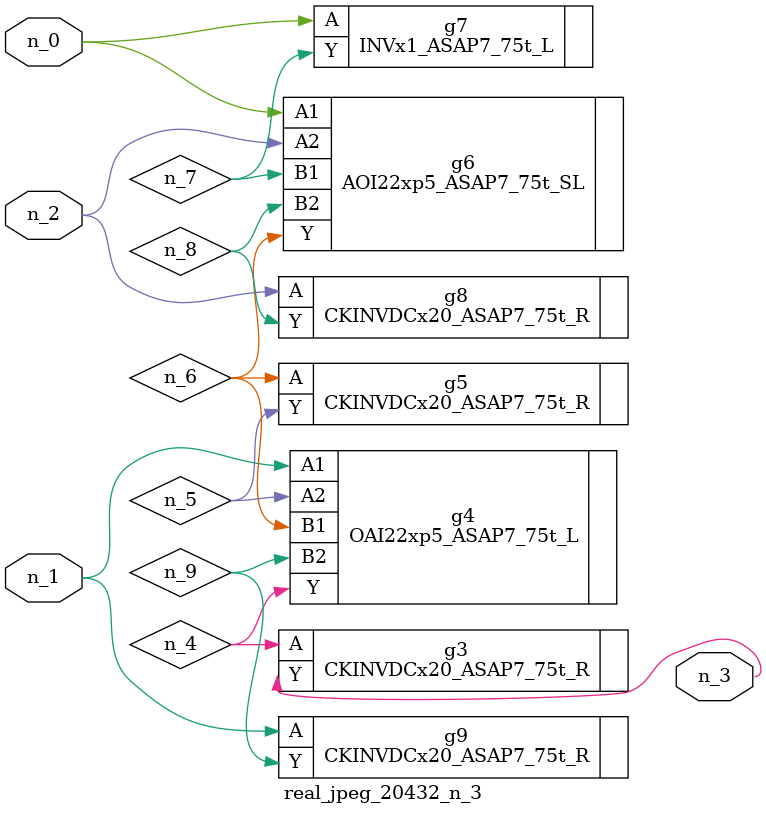
<source format=v>
module real_jpeg_20432_n_3 (n_1, n_0, n_2, n_3);

input n_1;
input n_0;
input n_2;

output n_3;

wire n_5;
wire n_8;
wire n_4;
wire n_6;
wire n_7;
wire n_9;

AOI22xp5_ASAP7_75t_SL g6 ( 
.A1(n_0),
.A2(n_2),
.B1(n_7),
.B2(n_8),
.Y(n_6)
);

INVx1_ASAP7_75t_L g7 ( 
.A(n_0),
.Y(n_7)
);

OAI22xp5_ASAP7_75t_L g4 ( 
.A1(n_1),
.A2(n_5),
.B1(n_6),
.B2(n_9),
.Y(n_4)
);

CKINVDCx20_ASAP7_75t_R g9 ( 
.A(n_1),
.Y(n_9)
);

CKINVDCx20_ASAP7_75t_R g8 ( 
.A(n_2),
.Y(n_8)
);

CKINVDCx20_ASAP7_75t_R g3 ( 
.A(n_4),
.Y(n_3)
);

CKINVDCx20_ASAP7_75t_R g5 ( 
.A(n_6),
.Y(n_5)
);


endmodule
</source>
